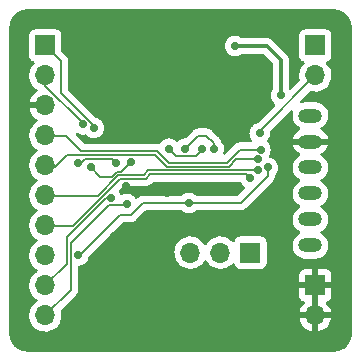
<source format=gbr>
%TF.GenerationSoftware,KiCad,Pcbnew,(6.0.10)*%
%TF.CreationDate,2023-03-03T22:40:34-05:00*%
%TF.ProjectId,module_board,6d6f6475-6c65-45f6-926f-6172642e6b69,rev?*%
%TF.SameCoordinates,Original*%
%TF.FileFunction,Copper,L2,Bot*%
%TF.FilePolarity,Positive*%
%FSLAX46Y46*%
G04 Gerber Fmt 4.6, Leading zero omitted, Abs format (unit mm)*
G04 Created by KiCad (PCBNEW (6.0.10)) date 2023-03-03 22:40:34*
%MOMM*%
%LPD*%
G01*
G04 APERTURE LIST*
%TA.AperFunction,ComponentPad*%
%ADD10R,1.700000X1.700000*%
%TD*%
%TA.AperFunction,ComponentPad*%
%ADD11O,1.700000X1.700000*%
%TD*%
%TA.AperFunction,ComponentPad*%
%ADD12O,2.000000X1.200000*%
%TD*%
%TA.AperFunction,ViaPad*%
%ADD13C,0.700000*%
%TD*%
%TA.AperFunction,Conductor*%
%ADD14C,0.200000*%
%TD*%
%TA.AperFunction,Conductor*%
%ADD15C,0.300000*%
%TD*%
%TA.AperFunction,Conductor*%
%ADD16C,0.127000*%
%TD*%
G04 APERTURE END LIST*
D10*
%TO.P,J10,1,Pin_1*%
%TO.N,+3V3*%
X171420000Y-78570000D03*
D11*
%TO.P,J10,2,Pin_2*%
%TO.N,/GPIO29_ADC3*%
X171420000Y-81110000D03*
%TD*%
D10*
%TO.P,J2,1,Pin_1*%
%TO.N,/SPI1_RX*%
X148560000Y-78570000D03*
D11*
%TO.P,J2,2,Pin_2*%
%TO.N,/SPI1_TX*%
X148560000Y-81110000D03*
%TO.P,J2,3,Pin_3*%
%TO.N,GND*%
X148560000Y-83650000D03*
%TO.P,J2,4,Pin_4*%
%TO.N,/GPIO28_ADC2*%
X148560000Y-86190000D03*
%TO.P,J2,5,Pin_5*%
%TO.N,/GPIO27_ADC1*%
X148560000Y-88730000D03*
%TO.P,J2,6,Pin_6*%
%TO.N,/GPIO26_ADC0*%
X148560000Y-91270000D03*
%TO.P,J2,7,Pin_7*%
%TO.N,/GPIO25*%
X148560000Y-93810000D03*
%TO.P,J2,8,Pin_8*%
%TO.N,+3V3*%
X148560000Y-96350000D03*
%TO.P,J2,9,Pin_9*%
%TO.N,/SPI1_CS_IO9*%
X148560000Y-98890000D03*
%TO.P,J2,10,Pin_10*%
%TO.N,/SPI1_SCK*%
X148560000Y-101430000D03*
%TD*%
D10*
%TO.P,J9,1,Pin_1*%
%TO.N,GND*%
X171420000Y-98880000D03*
D11*
%TO.P,J9,2,Pin_2*%
X171420000Y-101420000D03*
%TD*%
D10*
%TO.P,J1,1,Pin_1*%
%TO.N,/RESET_N*%
X165925000Y-96100000D03*
D11*
%TO.P,J1,2,Pin_2*%
%TO.N,/SWDIO*%
X163385000Y-96100000D03*
%TO.P,J1,3,Pin_3*%
%TO.N,/SWCLK*%
X160845000Y-96100000D03*
%TD*%
D12*
%TO.P,J5,1,Pin_1*%
%TO.N,+3V3*%
X171000000Y-84500000D03*
%TO.P,J5,2,Pin_2*%
%TO.N,GND*%
X171000000Y-86700000D03*
%TO.P,J5,3,Pin_3*%
%TO.N,/TX*%
X171000000Y-88900000D03*
%TO.P,J5,4,Pin_4*%
%TO.N,/SCLK*%
X171000000Y-91100000D03*
%TO.P,J5,5,Pin_5*%
%TO.N,/CS*%
X171000000Y-93300000D03*
%TO.P,J5,6,Pin_6*%
%TO.N,/RX*%
X171000000Y-95500000D03*
%TD*%
D13*
%TO.N,+3V3*%
X161800000Y-87300000D03*
X164600000Y-78600000D03*
X159000000Y-87300000D03*
X168500000Y-82800000D03*
X167401825Y-88899544D03*
X151350000Y-96350000D03*
X160699500Y-91900000D03*
%TO.N,GND*%
X169000000Y-87100000D03*
X173800000Y-86100000D03*
X157700000Y-97600000D03*
X151900000Y-97500000D03*
X168800000Y-89500000D03*
X172900000Y-86100000D03*
X155200000Y-86200000D03*
X158890000Y-91090000D03*
X166000000Y-81700000D03*
X164280000Y-76750000D03*
X167000000Y-81700000D03*
X155400000Y-90436000D03*
X173800000Y-87100000D03*
X169000000Y-86100000D03*
X154387352Y-94687352D03*
X162200000Y-83900000D03*
X172900000Y-87100000D03*
X155100000Y-82400000D03*
X155900000Y-95000000D03*
%TO.N,+1V1*%
X160400000Y-87300000D03*
X162800000Y-87300000D03*
%TO.N,/SPI1_CS_IO9*%
X154124876Y-91496916D03*
%TO.N,/SPI1_SCK*%
X155456086Y-91989000D03*
%TO.N,/SPI1_RX*%
X152656997Y-85543003D03*
%TO.N,/SPI1_TX*%
X151742352Y-85257648D03*
%TO.N,/GPIO25*%
X165900000Y-89800000D03*
%TO.N,/GPIO26_ADC0*%
X166600000Y-89100000D03*
%TO.N,/GPIO27_ADC1*%
X166600000Y-88200000D03*
%TO.N,/GPIO28_ADC2*%
X166773500Y-87391914D03*
%TO.N,/GPIO29_ADC3*%
X166700000Y-86000000D03*
%TO.N,/LED_R*%
X154500000Y-88500000D03*
X151300000Y-88500000D03*
%TO.N,/LED_G*%
X155800000Y-88403500D03*
X152400000Y-88900000D03*
%TD*%
D14*
%TO.N,+3V3*%
X151350000Y-96350000D02*
X151450000Y-96350000D01*
X159600000Y-87900000D02*
X161300000Y-87900000D01*
X161300000Y-87900000D02*
X161800000Y-87400000D01*
D15*
X168500000Y-79800000D02*
X167300000Y-78600000D01*
D14*
X161800000Y-87400000D02*
X161800000Y-87300000D01*
X154900000Y-92900000D02*
X155800000Y-92900000D01*
X165089496Y-91900000D02*
X167401825Y-89587671D01*
X151450000Y-96350000D02*
X154900000Y-92900000D01*
X155800000Y-92900000D02*
X156800000Y-91900000D01*
X159000000Y-87300000D02*
X159600000Y-87900000D01*
D15*
X167300000Y-78600000D02*
X164600000Y-78600000D01*
D14*
X167401825Y-89587671D02*
X167401825Y-88899544D01*
X156800000Y-91900000D02*
X160699500Y-91900000D01*
D15*
X168500000Y-82800000D02*
X168500000Y-79800000D01*
D14*
X160699500Y-91900000D02*
X165089496Y-91900000D01*
%TO.N,+1V1*%
X162800000Y-86800000D02*
X162200000Y-86200000D01*
X162800000Y-87300000D02*
X162800000Y-86800000D01*
X162200000Y-86200000D02*
X161500000Y-86200000D01*
X161500000Y-86200000D02*
X160400000Y-87300000D01*
%TO.N,/SPI1_CS_IO9*%
X153703084Y-91496916D02*
X150400000Y-94800000D01*
X154124876Y-91496916D02*
X153703084Y-91496916D01*
X150400000Y-94800000D02*
X150400000Y-97040000D01*
X150400000Y-97040000D02*
X148560000Y-98880000D01*
%TO.N,/SPI1_SCK*%
X155371670Y-92073416D02*
X153926584Y-92073416D01*
X153926584Y-92073416D02*
X150727000Y-95273000D01*
X150727000Y-95273000D02*
X150727000Y-99253000D01*
X155456086Y-91989000D02*
X155371670Y-92073416D01*
X150727000Y-99253000D02*
X148560000Y-101420000D01*
%TO.N,/SPI1_RX*%
X152656997Y-85356997D02*
X149900000Y-82600000D01*
X152656997Y-85543003D02*
X152656997Y-85356997D01*
X149900000Y-79910000D02*
X148560000Y-78570000D01*
X149900000Y-82600000D02*
X149900000Y-79910000D01*
%TO.N,/SPI1_TX*%
X151742352Y-85257648D02*
X151742352Y-85142352D01*
X151742352Y-85142352D02*
X148560000Y-81960000D01*
X148560000Y-81960000D02*
X148560000Y-81110000D01*
%TO.N,/GPIO25*%
X157041000Y-89859000D02*
X154878552Y-89859000D01*
X165581000Y-89481000D02*
X157419000Y-89481000D01*
X150917552Y-93820000D02*
X148560000Y-93820000D01*
X157419000Y-89481000D02*
X157041000Y-89859000D01*
X154878552Y-89859000D02*
X150917552Y-93820000D01*
X165900000Y-89800000D02*
X165581000Y-89481000D01*
%TO.N,/GPIO26_ADC0*%
X156905552Y-89532000D02*
X154743104Y-89532000D01*
X152975104Y-91300000D02*
X148580000Y-91300000D01*
X154743104Y-89532000D02*
X152975104Y-91300000D01*
X166600000Y-89100000D02*
X164254896Y-89100000D01*
X148580000Y-91300000D02*
X148560000Y-91280000D01*
X164254896Y-89100000D02*
X164200896Y-89154000D01*
X157283552Y-89154000D02*
X156905552Y-89532000D01*
X164200896Y-89154000D02*
X157283552Y-89154000D01*
%TO.N,/GPIO27_ADC1*%
X164726448Y-88166000D02*
X164065448Y-88827000D01*
X166600000Y-88200000D02*
X166566000Y-88166000D01*
X150373000Y-87827000D02*
X149372500Y-88827500D01*
X166566000Y-88166000D02*
X164726448Y-88166000D01*
X157864552Y-87827000D02*
X150373000Y-87827000D01*
X149372500Y-88827500D02*
X148647500Y-88827500D01*
X148647500Y-88827500D02*
X148560000Y-88740000D01*
X158864552Y-88827000D02*
X157864552Y-87827000D01*
X164065448Y-88827000D02*
X158864552Y-88827000D01*
%TO.N,/GPIO28_ADC2*%
X165038086Y-87391914D02*
X163930000Y-88500000D01*
X158000000Y-87500000D02*
X151600000Y-87500000D01*
X150300000Y-86200000D02*
X148560000Y-86200000D01*
X166773500Y-87391914D02*
X165038086Y-87391914D01*
X159000000Y-88500000D02*
X158000000Y-87500000D01*
X151600000Y-87500000D02*
X150300000Y-86200000D01*
X163930000Y-88500000D02*
X159000000Y-88500000D01*
D16*
%TO.N,/GPIO29_ADC3*%
X166700000Y-86000000D02*
X166700000Y-85830000D01*
D14*
X166700000Y-85830000D02*
X171420000Y-81110000D01*
D16*
%TO.N,/LED_R*%
X151900000Y-88200000D02*
X151600000Y-88500000D01*
X154500000Y-88500000D02*
X154200000Y-88200000D01*
X151600000Y-88500000D02*
X151300000Y-88500000D01*
X154200000Y-88200000D02*
X151900000Y-88200000D01*
%TO.N,/LED_G*%
X155800000Y-88403500D02*
X154962000Y-89241500D01*
X154164274Y-89700000D02*
X153200000Y-89700000D01*
X154622774Y-89241500D02*
X154164274Y-89700000D01*
X153200000Y-89700000D02*
X152400000Y-88900000D01*
X154962000Y-89241500D02*
X154622774Y-89241500D01*
%TD*%
%TA.AperFunction,Conductor*%
%TO.N,GND*%
G36*
X172970018Y-75510000D02*
G01*
X172984851Y-75512310D01*
X172984855Y-75512310D01*
X172993724Y-75513691D01*
X173008981Y-75511696D01*
X173034302Y-75510953D01*
X173203285Y-75523039D01*
X173221064Y-75525596D01*
X173411392Y-75566999D01*
X173428641Y-75572063D01*
X173611150Y-75640136D01*
X173627502Y-75647604D01*
X173798458Y-75740952D01*
X173813582Y-75750672D01*
X173969514Y-75867402D01*
X173983100Y-75879175D01*
X174120825Y-76016900D01*
X174132598Y-76030486D01*
X174249328Y-76186418D01*
X174259048Y-76201542D01*
X174352396Y-76372498D01*
X174359864Y-76388850D01*
X174427937Y-76571359D01*
X174433001Y-76588607D01*
X174474404Y-76778936D01*
X174476962Y-76796721D01*
X174488540Y-76958601D01*
X174487793Y-76976565D01*
X174487692Y-76984845D01*
X174486309Y-76993724D01*
X174487474Y-77002630D01*
X174490436Y-77025283D01*
X174491500Y-77041621D01*
X174491500Y-102950633D01*
X174490000Y-102970018D01*
X174487690Y-102984851D01*
X174487690Y-102984855D01*
X174486309Y-102993724D01*
X174488136Y-103007693D01*
X174488304Y-103008976D01*
X174489047Y-103034305D01*
X174476962Y-103203279D01*
X174474404Y-103221064D01*
X174456598Y-103302919D01*
X174433001Y-103411392D01*
X174427937Y-103428641D01*
X174359864Y-103611150D01*
X174352396Y-103627502D01*
X174259048Y-103798458D01*
X174249328Y-103813582D01*
X174132598Y-103969514D01*
X174120825Y-103983100D01*
X173983100Y-104120825D01*
X173969514Y-104132598D01*
X173813582Y-104249328D01*
X173798458Y-104259048D01*
X173627502Y-104352396D01*
X173611150Y-104359864D01*
X173428641Y-104427937D01*
X173411393Y-104433001D01*
X173221064Y-104474404D01*
X173203285Y-104476961D01*
X173041395Y-104488540D01*
X173023435Y-104487793D01*
X173015155Y-104487692D01*
X173006276Y-104486309D01*
X172974714Y-104490436D01*
X172958379Y-104491500D01*
X147049367Y-104491500D01*
X147029982Y-104490000D01*
X147015149Y-104487690D01*
X147015145Y-104487690D01*
X147006276Y-104486309D01*
X146991019Y-104488304D01*
X146965698Y-104489047D01*
X146796715Y-104476961D01*
X146778936Y-104474404D01*
X146588607Y-104433001D01*
X146571359Y-104427937D01*
X146388850Y-104359864D01*
X146372498Y-104352396D01*
X146201542Y-104259048D01*
X146186418Y-104249328D01*
X146030486Y-104132598D01*
X146016900Y-104120825D01*
X145879175Y-103983100D01*
X145867402Y-103969514D01*
X145750672Y-103813582D01*
X145740952Y-103798458D01*
X145647604Y-103627502D01*
X145640136Y-103611150D01*
X145572063Y-103428641D01*
X145566999Y-103411392D01*
X145543402Y-103302919D01*
X145525596Y-103221064D01*
X145523038Y-103203278D01*
X145511719Y-103045012D01*
X145512805Y-103022245D01*
X145512334Y-103022203D01*
X145512770Y-103017345D01*
X145513576Y-103012552D01*
X145513729Y-103000000D01*
X145509773Y-102972376D01*
X145508500Y-102954514D01*
X145508500Y-101396695D01*
X147197251Y-101396695D01*
X147197548Y-101401848D01*
X147197548Y-101401851D01*
X147203011Y-101496590D01*
X147210110Y-101619715D01*
X147211247Y-101624761D01*
X147211248Y-101624767D01*
X147231113Y-101712910D01*
X147259222Y-101837639D01*
X147343266Y-102044616D01*
X147459987Y-102235088D01*
X147606250Y-102403938D01*
X147778126Y-102546632D01*
X147971000Y-102659338D01*
X148179692Y-102739030D01*
X148184760Y-102740061D01*
X148184763Y-102740062D01*
X148255203Y-102754393D01*
X148398597Y-102783567D01*
X148403772Y-102783757D01*
X148403774Y-102783757D01*
X148616673Y-102791564D01*
X148616677Y-102791564D01*
X148621837Y-102791753D01*
X148626957Y-102791097D01*
X148626959Y-102791097D01*
X148838288Y-102764025D01*
X148838289Y-102764025D01*
X148843416Y-102763368D01*
X148873331Y-102754393D01*
X149052429Y-102700661D01*
X149052434Y-102700659D01*
X149057384Y-102699174D01*
X149257994Y-102600896D01*
X149439860Y-102471173D01*
X149598096Y-102313489D01*
X149608533Y-102298965D01*
X149725435Y-102136277D01*
X149728453Y-102132077D01*
X149779099Y-102029603D01*
X149825136Y-101936453D01*
X149825137Y-101936451D01*
X149827430Y-101931811D01*
X149892370Y-101718069D01*
X149896333Y-101687966D01*
X170088257Y-101687966D01*
X170118565Y-101822446D01*
X170121645Y-101832275D01*
X170201770Y-102029603D01*
X170206413Y-102038794D01*
X170317694Y-102220388D01*
X170323777Y-102228699D01*
X170463213Y-102389667D01*
X170470580Y-102396883D01*
X170634434Y-102532916D01*
X170642881Y-102538831D01*
X170826756Y-102646279D01*
X170836042Y-102650729D01*
X171035001Y-102726703D01*
X171044899Y-102729579D01*
X171148250Y-102750606D01*
X171162299Y-102749410D01*
X171166000Y-102739065D01*
X171166000Y-102738517D01*
X171674000Y-102738517D01*
X171678064Y-102752359D01*
X171691478Y-102754393D01*
X171698184Y-102753534D01*
X171708262Y-102751392D01*
X171912255Y-102690191D01*
X171921842Y-102686433D01*
X172113095Y-102592739D01*
X172121945Y-102587464D01*
X172295328Y-102463792D01*
X172303200Y-102457139D01*
X172454052Y-102306812D01*
X172460730Y-102298965D01*
X172585003Y-102126020D01*
X172590313Y-102117183D01*
X172684670Y-101926267D01*
X172688469Y-101916672D01*
X172750377Y-101712910D01*
X172752555Y-101702837D01*
X172753986Y-101691962D01*
X172751775Y-101677778D01*
X172738617Y-101674000D01*
X171692115Y-101674000D01*
X171676876Y-101678475D01*
X171675671Y-101679865D01*
X171674000Y-101687548D01*
X171674000Y-102738517D01*
X171166000Y-102738517D01*
X171166000Y-101692115D01*
X171161525Y-101676876D01*
X171160135Y-101675671D01*
X171152452Y-101674000D01*
X170103225Y-101674000D01*
X170089694Y-101677973D01*
X170088257Y-101687966D01*
X149896333Y-101687966D01*
X149921529Y-101496590D01*
X149923156Y-101430000D01*
X149904852Y-101207361D01*
X149897906Y-101179707D01*
X149867716Y-101059514D01*
X149870520Y-100988573D01*
X149900825Y-100939724D01*
X151065880Y-99774669D01*
X170062001Y-99774669D01*
X170062371Y-99781490D01*
X170067895Y-99832352D01*
X170071521Y-99847604D01*
X170116676Y-99968054D01*
X170125214Y-99983649D01*
X170201715Y-100085724D01*
X170214276Y-100098285D01*
X170316351Y-100174786D01*
X170331946Y-100183324D01*
X170441337Y-100224333D01*
X170498101Y-100266975D01*
X170522801Y-100333536D01*
X170507594Y-100402885D01*
X170488201Y-100429366D01*
X170364590Y-100558717D01*
X170358104Y-100566727D01*
X170238098Y-100742649D01*
X170233000Y-100751623D01*
X170143338Y-100944783D01*
X170139775Y-100954470D01*
X170084389Y-101154183D01*
X170085912Y-101162607D01*
X170098292Y-101166000D01*
X171147885Y-101166000D01*
X171163124Y-101161525D01*
X171164329Y-101160135D01*
X171166000Y-101152452D01*
X171166000Y-101147885D01*
X171674000Y-101147885D01*
X171678475Y-101163124D01*
X171679865Y-101164329D01*
X171687548Y-101166000D01*
X172738344Y-101166000D01*
X172751875Y-101162027D01*
X172753180Y-101152947D01*
X172711214Y-100985875D01*
X172707894Y-100976124D01*
X172622972Y-100780814D01*
X172618105Y-100771739D01*
X172502426Y-100592926D01*
X172496136Y-100584757D01*
X172351931Y-100426279D01*
X172320879Y-100362433D01*
X172329273Y-100291934D01*
X172374450Y-100237166D01*
X172400894Y-100223497D01*
X172508054Y-100183324D01*
X172523649Y-100174786D01*
X172625724Y-100098285D01*
X172638285Y-100085724D01*
X172714786Y-99983649D01*
X172723324Y-99968054D01*
X172768478Y-99847606D01*
X172772105Y-99832351D01*
X172777631Y-99781486D01*
X172778000Y-99774672D01*
X172778000Y-99152115D01*
X172773525Y-99136876D01*
X172772135Y-99135671D01*
X172764452Y-99134000D01*
X171692115Y-99134000D01*
X171676876Y-99138475D01*
X171675671Y-99139865D01*
X171674000Y-99147548D01*
X171674000Y-101147885D01*
X171166000Y-101147885D01*
X171166000Y-99152115D01*
X171161525Y-99136876D01*
X171160135Y-99135671D01*
X171152452Y-99134000D01*
X170080116Y-99134000D01*
X170064877Y-99138475D01*
X170063672Y-99139865D01*
X170062001Y-99147548D01*
X170062001Y-99774669D01*
X151065880Y-99774669D01*
X151123234Y-99717315D01*
X151135625Y-99706448D01*
X151154437Y-99692013D01*
X151160987Y-99686987D01*
X151185474Y-99655075D01*
X151185478Y-99655071D01*
X151258524Y-99559876D01*
X151319838Y-99411851D01*
X151328951Y-99342628D01*
X151335500Y-99292885D01*
X151335500Y-99292880D01*
X151340750Y-99253000D01*
X151336578Y-99221307D01*
X151335500Y-99204864D01*
X151335500Y-98607885D01*
X170062000Y-98607885D01*
X170066475Y-98623124D01*
X170067865Y-98624329D01*
X170075548Y-98626000D01*
X171147885Y-98626000D01*
X171163124Y-98621525D01*
X171164329Y-98620135D01*
X171166000Y-98612452D01*
X171166000Y-98607885D01*
X171674000Y-98607885D01*
X171678475Y-98623124D01*
X171679865Y-98624329D01*
X171687548Y-98626000D01*
X172759884Y-98626000D01*
X172775123Y-98621525D01*
X172776328Y-98620135D01*
X172777999Y-98612452D01*
X172777999Y-97985331D01*
X172777629Y-97978510D01*
X172772105Y-97927648D01*
X172768479Y-97912396D01*
X172723324Y-97791946D01*
X172714786Y-97776351D01*
X172638285Y-97674276D01*
X172625724Y-97661715D01*
X172523649Y-97585214D01*
X172508054Y-97576676D01*
X172387606Y-97531522D01*
X172372351Y-97527895D01*
X172321486Y-97522369D01*
X172314672Y-97522000D01*
X171692115Y-97522000D01*
X171676876Y-97526475D01*
X171675671Y-97527865D01*
X171674000Y-97535548D01*
X171674000Y-98607885D01*
X171166000Y-98607885D01*
X171166000Y-97540116D01*
X171161525Y-97524877D01*
X171160135Y-97523672D01*
X171152452Y-97522001D01*
X170525331Y-97522001D01*
X170518510Y-97522371D01*
X170467648Y-97527895D01*
X170452396Y-97531521D01*
X170331946Y-97576676D01*
X170316351Y-97585214D01*
X170214276Y-97661715D01*
X170201715Y-97674276D01*
X170125214Y-97776351D01*
X170116676Y-97791946D01*
X170071522Y-97912394D01*
X170067895Y-97927649D01*
X170062369Y-97978514D01*
X170062000Y-97985328D01*
X170062000Y-98607885D01*
X151335500Y-98607885D01*
X151335500Y-97332265D01*
X151355502Y-97264144D01*
X151409158Y-97217651D01*
X151440366Y-97209130D01*
X151440232Y-97208500D01*
X151616752Y-97170980D01*
X151652446Y-97155088D01*
X151775585Y-97100263D01*
X151775587Y-97100262D01*
X151781615Y-97097578D01*
X151786957Y-97093697D01*
X151922269Y-96995387D01*
X151922271Y-96995385D01*
X151927613Y-96991504D01*
X152048367Y-96857393D01*
X152130800Y-96714616D01*
X152135295Y-96706830D01*
X152135296Y-96706829D01*
X152138599Y-96701107D01*
X152182679Y-96565442D01*
X152192325Y-96535754D01*
X152192325Y-96535753D01*
X152194365Y-96529475D01*
X152197135Y-96503122D01*
X152224149Y-96437466D01*
X152233350Y-96427199D01*
X152593854Y-96066695D01*
X159482251Y-96066695D01*
X159482548Y-96071848D01*
X159482548Y-96071851D01*
X159491247Y-96222725D01*
X159495110Y-96289715D01*
X159496247Y-96294761D01*
X159496248Y-96294767D01*
X159520304Y-96401508D01*
X159544222Y-96507639D01*
X159585177Y-96608500D01*
X159622781Y-96701107D01*
X159628266Y-96714616D01*
X159665685Y-96775678D01*
X159742291Y-96900688D01*
X159744987Y-96905088D01*
X159891250Y-97073938D01*
X160063126Y-97216632D01*
X160256000Y-97329338D01*
X160464692Y-97409030D01*
X160469760Y-97410061D01*
X160469763Y-97410062D01*
X160577017Y-97431883D01*
X160683597Y-97453567D01*
X160688772Y-97453757D01*
X160688774Y-97453757D01*
X160901673Y-97461564D01*
X160901677Y-97461564D01*
X160906837Y-97461753D01*
X160911957Y-97461097D01*
X160911959Y-97461097D01*
X161123288Y-97434025D01*
X161123289Y-97434025D01*
X161128416Y-97433368D01*
X161133366Y-97431883D01*
X161337429Y-97370661D01*
X161337434Y-97370659D01*
X161342384Y-97369174D01*
X161542994Y-97270896D01*
X161724860Y-97141173D01*
X161883096Y-96983489D01*
X161942594Y-96900689D01*
X162013453Y-96802077D01*
X162014776Y-96803028D01*
X162061645Y-96759857D01*
X162131580Y-96747625D01*
X162197026Y-96775144D01*
X162224875Y-96806994D01*
X162284987Y-96905088D01*
X162431250Y-97073938D01*
X162603126Y-97216632D01*
X162796000Y-97329338D01*
X163004692Y-97409030D01*
X163009760Y-97410061D01*
X163009763Y-97410062D01*
X163117017Y-97431883D01*
X163223597Y-97453567D01*
X163228772Y-97453757D01*
X163228774Y-97453757D01*
X163441673Y-97461564D01*
X163441677Y-97461564D01*
X163446837Y-97461753D01*
X163451957Y-97461097D01*
X163451959Y-97461097D01*
X163663288Y-97434025D01*
X163663289Y-97434025D01*
X163668416Y-97433368D01*
X163673366Y-97431883D01*
X163877429Y-97370661D01*
X163877434Y-97370659D01*
X163882384Y-97369174D01*
X164082994Y-97270896D01*
X164264860Y-97141173D01*
X164373091Y-97033319D01*
X164435462Y-96999404D01*
X164506268Y-97004592D01*
X164563030Y-97047238D01*
X164580012Y-97078341D01*
X164624385Y-97196705D01*
X164711739Y-97313261D01*
X164828295Y-97400615D01*
X164964684Y-97451745D01*
X165026866Y-97458500D01*
X166823134Y-97458500D01*
X166885316Y-97451745D01*
X167021705Y-97400615D01*
X167138261Y-97313261D01*
X167225615Y-97196705D01*
X167276745Y-97060316D01*
X167283500Y-96998134D01*
X167283500Y-95445604D01*
X169487787Y-95445604D01*
X169497567Y-95656899D01*
X169498971Y-95662724D01*
X169498971Y-95662725D01*
X169544034Y-95849707D01*
X169547125Y-95862534D01*
X169549607Y-95867992D01*
X169549608Y-95867996D01*
X169593053Y-95963546D01*
X169634674Y-96055087D01*
X169757054Y-96227611D01*
X169909850Y-96373881D01*
X170087548Y-96488620D01*
X170146616Y-96512425D01*
X170278168Y-96565442D01*
X170278171Y-96565443D01*
X170283737Y-96567686D01*
X170491337Y-96608228D01*
X170496899Y-96608500D01*
X171452846Y-96608500D01*
X171610566Y-96593452D01*
X171813534Y-96533908D01*
X171855246Y-96512425D01*
X171996249Y-96439804D01*
X171996252Y-96439802D01*
X172001580Y-96437058D01*
X172167920Y-96306396D01*
X172171852Y-96301865D01*
X172171855Y-96301862D01*
X172302621Y-96151167D01*
X172306552Y-96146637D01*
X172309552Y-96141451D01*
X172309555Y-96141447D01*
X172409467Y-95968742D01*
X172412473Y-95963546D01*
X172481861Y-95763729D01*
X172501352Y-95629305D01*
X172511352Y-95560336D01*
X172511352Y-95560333D01*
X172512213Y-95554396D01*
X172502433Y-95343101D01*
X172465093Y-95188163D01*
X172454281Y-95143299D01*
X172454280Y-95143297D01*
X172452875Y-95137466D01*
X172438859Y-95106638D01*
X172391871Y-95003295D01*
X172365326Y-94944913D01*
X172249813Y-94782069D01*
X172246412Y-94777275D01*
X172246411Y-94777274D01*
X172242946Y-94772389D01*
X172090150Y-94626119D01*
X172054805Y-94603297D01*
X171917489Y-94514632D01*
X171917486Y-94514630D01*
X171912452Y-94511380D01*
X171907211Y-94509268D01*
X171856021Y-94460242D01*
X171839435Y-94391210D01*
X171862804Y-94324170D01*
X171907585Y-94285468D01*
X171961365Y-94257770D01*
X171996249Y-94239804D01*
X171996252Y-94239802D01*
X172001580Y-94237058D01*
X172167920Y-94106396D01*
X172171852Y-94101865D01*
X172171855Y-94101862D01*
X172302621Y-93951167D01*
X172306552Y-93946637D01*
X172309552Y-93941451D01*
X172309555Y-93941447D01*
X172409467Y-93768742D01*
X172412473Y-93763546D01*
X172481861Y-93563729D01*
X172483189Y-93554570D01*
X172511352Y-93360336D01*
X172511352Y-93360333D01*
X172512213Y-93354396D01*
X172502433Y-93143101D01*
X172463756Y-92982617D01*
X172454281Y-92943299D01*
X172454280Y-92943297D01*
X172452875Y-92937466D01*
X172409525Y-92842122D01*
X172384703Y-92787530D01*
X172365326Y-92744913D01*
X172242946Y-92572389D01*
X172090150Y-92426119D01*
X172028996Y-92386632D01*
X171917489Y-92314632D01*
X171917486Y-92314630D01*
X171912452Y-92311380D01*
X171907211Y-92309268D01*
X171856021Y-92260242D01*
X171839435Y-92191210D01*
X171862804Y-92124170D01*
X171907585Y-92085468D01*
X171971730Y-92052432D01*
X171996249Y-92039804D01*
X171996252Y-92039802D01*
X172001580Y-92037058D01*
X172167920Y-91906396D01*
X172171852Y-91901865D01*
X172171855Y-91901862D01*
X172302621Y-91751167D01*
X172306552Y-91746637D01*
X172309552Y-91741451D01*
X172309555Y-91741447D01*
X172409467Y-91568742D01*
X172412473Y-91563546D01*
X172481861Y-91363729D01*
X172492490Y-91290422D01*
X172511352Y-91160336D01*
X172511352Y-91160333D01*
X172512213Y-91154396D01*
X172502433Y-90943101D01*
X172452875Y-90737466D01*
X172431976Y-90691500D01*
X172386918Y-90592401D01*
X172365326Y-90544913D01*
X172255810Y-90390524D01*
X172246412Y-90377275D01*
X172246411Y-90377274D01*
X172242946Y-90372389D01*
X172090150Y-90226119D01*
X172041358Y-90194614D01*
X171917489Y-90114632D01*
X171917486Y-90114630D01*
X171912452Y-90111380D01*
X171907211Y-90109268D01*
X171856021Y-90060242D01*
X171839435Y-89991210D01*
X171862804Y-89924170D01*
X171907585Y-89885468D01*
X171961365Y-89857770D01*
X171996249Y-89839804D01*
X171996252Y-89839802D01*
X172001580Y-89837058D01*
X172167920Y-89706396D01*
X172171852Y-89701865D01*
X172171855Y-89701862D01*
X172302621Y-89551167D01*
X172306552Y-89546637D01*
X172309552Y-89541451D01*
X172309555Y-89541447D01*
X172409467Y-89368742D01*
X172412473Y-89363546D01*
X172481861Y-89163729D01*
X172482722Y-89157792D01*
X172511352Y-88960336D01*
X172511352Y-88960333D01*
X172512213Y-88954396D01*
X172502433Y-88743101D01*
X172458586Y-88561162D01*
X172454281Y-88543299D01*
X172454280Y-88543297D01*
X172452875Y-88537466D01*
X172426614Y-88479707D01*
X172367806Y-88350368D01*
X172365326Y-88344913D01*
X172242946Y-88172389D01*
X172090150Y-88026119D01*
X172054805Y-88003297D01*
X171917489Y-87914632D01*
X171917486Y-87914630D01*
X171912452Y-87911380D01*
X171906889Y-87909138D01*
X171906752Y-87909067D01*
X171855477Y-87859960D01*
X171838891Y-87790928D01*
X171862260Y-87723888D01*
X171907043Y-87685185D01*
X171995978Y-87639381D01*
X172006024Y-87632931D01*
X172162857Y-87509738D01*
X172171506Y-87501501D01*
X172302212Y-87350877D01*
X172309147Y-87341153D01*
X172409010Y-87168533D01*
X172413984Y-87157669D01*
X172479407Y-86969273D01*
X172479648Y-86968284D01*
X172478180Y-86957992D01*
X172464615Y-86954000D01*
X169539598Y-86954000D01*
X169526067Y-86957973D01*
X169524712Y-86967399D01*
X169546194Y-87056537D01*
X169550083Y-87067832D01*
X169632629Y-87249382D01*
X169638576Y-87259724D01*
X169753968Y-87422397D01*
X169761761Y-87431425D01*
X169905831Y-87569342D01*
X169915196Y-87576738D01*
X170082747Y-87684925D01*
X170093252Y-87690370D01*
X170144526Y-87739477D01*
X170161112Y-87808509D01*
X170137742Y-87875549D01*
X170092961Y-87914250D01*
X170092220Y-87914632D01*
X170003751Y-87960196D01*
X170003748Y-87960198D01*
X169998420Y-87962942D01*
X169832080Y-88093604D01*
X169828148Y-88098135D01*
X169828145Y-88098138D01*
X169759474Y-88177275D01*
X169693448Y-88253363D01*
X169690448Y-88258549D01*
X169690445Y-88258553D01*
X169643312Y-88340026D01*
X169587527Y-88436454D01*
X169518139Y-88636271D01*
X169517278Y-88642206D01*
X169517278Y-88642208D01*
X169496984Y-88782176D01*
X169487787Y-88845604D01*
X169497567Y-89056899D01*
X169498971Y-89062724D01*
X169498971Y-89062725D01*
X169544168Y-89250263D01*
X169547125Y-89262534D01*
X169549607Y-89267992D01*
X169549608Y-89267996D01*
X169590758Y-89358500D01*
X169634674Y-89455087D01*
X169715882Y-89569569D01*
X169747037Y-89613489D01*
X169757054Y-89627611D01*
X169909850Y-89773881D01*
X169914886Y-89777132D01*
X169914885Y-89777132D01*
X170082511Y-89885368D01*
X170082514Y-89885370D01*
X170087548Y-89888620D01*
X170092789Y-89890732D01*
X170143979Y-89939758D01*
X170160565Y-90008790D01*
X170137196Y-90075830D01*
X170092415Y-90114532D01*
X170047236Y-90137800D01*
X170003751Y-90160196D01*
X170003748Y-90160198D01*
X169998420Y-90162942D01*
X169832080Y-90293604D01*
X169828148Y-90298135D01*
X169828145Y-90298138D01*
X169759474Y-90377275D01*
X169693448Y-90453363D01*
X169690448Y-90458549D01*
X169690445Y-90458553D01*
X169682232Y-90472750D01*
X169587527Y-90636454D01*
X169518139Y-90836271D01*
X169517278Y-90842206D01*
X169517278Y-90842208D01*
X169492287Y-91014570D01*
X169487787Y-91045604D01*
X169497567Y-91256899D01*
X169498971Y-91262724D01*
X169498971Y-91262725D01*
X169509421Y-91306084D01*
X169547125Y-91462534D01*
X169549607Y-91467992D01*
X169549608Y-91467996D01*
X169593053Y-91563546D01*
X169634674Y-91655087D01*
X169757054Y-91827611D01*
X169909850Y-91973881D01*
X169914886Y-91977132D01*
X169914885Y-91977132D01*
X170082511Y-92085368D01*
X170082514Y-92085370D01*
X170087548Y-92088620D01*
X170092789Y-92090732D01*
X170143979Y-92139758D01*
X170160565Y-92208790D01*
X170137196Y-92275830D01*
X170092415Y-92314532D01*
X170054640Y-92333987D01*
X170003751Y-92360196D01*
X170003748Y-92360198D01*
X169998420Y-92362942D01*
X169832080Y-92493604D01*
X169828148Y-92498135D01*
X169828145Y-92498138D01*
X169759474Y-92577275D01*
X169693448Y-92653363D01*
X169690448Y-92658549D01*
X169690445Y-92658553D01*
X169602919Y-92809848D01*
X169587527Y-92836454D01*
X169518139Y-93036271D01*
X169517278Y-93042206D01*
X169517278Y-93042208D01*
X169501078Y-93153940D01*
X169487787Y-93245604D01*
X169497567Y-93456899D01*
X169498971Y-93462724D01*
X169498971Y-93462725D01*
X169510003Y-93508499D01*
X169547125Y-93662534D01*
X169549607Y-93667992D01*
X169549608Y-93667996D01*
X169593053Y-93763546D01*
X169634674Y-93855087D01*
X169757054Y-94027611D01*
X169909850Y-94173881D01*
X169914886Y-94177132D01*
X169914885Y-94177132D01*
X170082511Y-94285368D01*
X170082514Y-94285370D01*
X170087548Y-94288620D01*
X170092789Y-94290732D01*
X170143979Y-94339758D01*
X170160565Y-94408790D01*
X170137196Y-94475830D01*
X170092415Y-94514532D01*
X170038635Y-94542230D01*
X170003751Y-94560196D01*
X170003748Y-94560198D01*
X169998420Y-94562942D01*
X169832080Y-94693604D01*
X169828148Y-94698135D01*
X169828145Y-94698138D01*
X169743023Y-94796233D01*
X169693448Y-94853363D01*
X169690448Y-94858549D01*
X169690445Y-94858553D01*
X169649551Y-94929242D01*
X169587527Y-95036454D01*
X169518139Y-95236271D01*
X169517278Y-95242206D01*
X169517278Y-95242208D01*
X169490753Y-95425150D01*
X169487787Y-95445604D01*
X167283500Y-95445604D01*
X167283500Y-95201866D01*
X167276745Y-95139684D01*
X167225615Y-95003295D01*
X167138261Y-94886739D01*
X167021705Y-94799385D01*
X166885316Y-94748255D01*
X166823134Y-94741500D01*
X165026866Y-94741500D01*
X164964684Y-94748255D01*
X164828295Y-94799385D01*
X164711739Y-94886739D01*
X164624385Y-95003295D01*
X164621233Y-95011703D01*
X164579919Y-95121907D01*
X164537277Y-95178671D01*
X164470716Y-95203371D01*
X164401367Y-95188163D01*
X164368743Y-95162476D01*
X164318151Y-95106875D01*
X164318142Y-95106866D01*
X164314670Y-95103051D01*
X164310619Y-95099852D01*
X164310615Y-95099848D01*
X164143414Y-94967800D01*
X164143410Y-94967798D01*
X164139359Y-94964598D01*
X163943789Y-94856638D01*
X163938920Y-94854914D01*
X163938916Y-94854912D01*
X163738087Y-94783795D01*
X163738083Y-94783794D01*
X163733212Y-94782069D01*
X163728119Y-94781162D01*
X163728116Y-94781161D01*
X163518373Y-94743800D01*
X163518367Y-94743799D01*
X163513284Y-94742894D01*
X163439452Y-94741992D01*
X163295081Y-94740228D01*
X163295079Y-94740228D01*
X163289911Y-94740165D01*
X163069091Y-94773955D01*
X162856756Y-94843357D01*
X162658607Y-94946507D01*
X162654474Y-94949610D01*
X162654471Y-94949612D01*
X162484100Y-95077530D01*
X162479965Y-95080635D01*
X162440525Y-95121907D01*
X162331236Y-95236271D01*
X162325629Y-95242138D01*
X162218201Y-95399621D01*
X162163293Y-95444621D01*
X162092768Y-95452792D01*
X162029021Y-95421538D01*
X162008324Y-95397054D01*
X161927822Y-95272617D01*
X161927820Y-95272614D01*
X161925014Y-95268277D01*
X161774670Y-95103051D01*
X161770619Y-95099852D01*
X161770615Y-95099848D01*
X161603414Y-94967800D01*
X161603410Y-94967798D01*
X161599359Y-94964598D01*
X161403789Y-94856638D01*
X161398920Y-94854914D01*
X161398916Y-94854912D01*
X161198087Y-94783795D01*
X161198083Y-94783794D01*
X161193212Y-94782069D01*
X161188119Y-94781162D01*
X161188116Y-94781161D01*
X160978373Y-94743800D01*
X160978367Y-94743799D01*
X160973284Y-94742894D01*
X160899452Y-94741992D01*
X160755081Y-94740228D01*
X160755079Y-94740228D01*
X160749911Y-94740165D01*
X160529091Y-94773955D01*
X160316756Y-94843357D01*
X160118607Y-94946507D01*
X160114474Y-94949610D01*
X160114471Y-94949612D01*
X159944100Y-95077530D01*
X159939965Y-95080635D01*
X159900525Y-95121907D01*
X159791236Y-95236271D01*
X159785629Y-95242138D01*
X159782720Y-95246403D01*
X159782714Y-95246411D01*
X159725260Y-95330635D01*
X159659743Y-95426680D01*
X159565688Y-95629305D01*
X159505989Y-95844570D01*
X159482251Y-96066695D01*
X152593854Y-96066695D01*
X155115144Y-93545405D01*
X155177456Y-93511379D01*
X155204239Y-93508500D01*
X155751864Y-93508500D01*
X155768307Y-93509578D01*
X155800000Y-93513750D01*
X155808189Y-93512672D01*
X155839874Y-93508501D01*
X155839884Y-93508500D01*
X155839885Y-93508500D01*
X155939457Y-93495391D01*
X155950664Y-93493916D01*
X155950666Y-93493915D01*
X155958851Y-93492838D01*
X156106876Y-93431524D01*
X156202072Y-93358477D01*
X156202075Y-93358474D01*
X156233987Y-93333987D01*
X156239017Y-93327432D01*
X156253452Y-93308621D01*
X156264319Y-93296230D01*
X157015144Y-92545405D01*
X157077456Y-92511379D01*
X157104239Y-92508500D01*
X160037897Y-92508500D01*
X160106018Y-92528502D01*
X160119336Y-92538671D01*
X160121887Y-92541504D01*
X160127229Y-92545385D01*
X160127231Y-92545387D01*
X160262543Y-92643697D01*
X160267885Y-92647578D01*
X160273913Y-92650262D01*
X160273915Y-92650263D01*
X160335764Y-92677800D01*
X160432748Y-92720980D01*
X160521008Y-92739740D01*
X160602811Y-92757128D01*
X160602815Y-92757128D01*
X160609268Y-92758500D01*
X160789732Y-92758500D01*
X160796185Y-92757128D01*
X160796189Y-92757128D01*
X160877992Y-92739740D01*
X160966252Y-92720980D01*
X161063236Y-92677800D01*
X161125085Y-92650263D01*
X161125087Y-92650262D01*
X161131115Y-92647578D01*
X161136457Y-92643697D01*
X161271769Y-92545387D01*
X161271771Y-92545385D01*
X161277113Y-92541504D01*
X161278373Y-92540105D01*
X161340801Y-92510146D01*
X161361103Y-92508500D01*
X165041360Y-92508500D01*
X165057803Y-92509578D01*
X165089496Y-92513750D01*
X165097685Y-92512672D01*
X165129370Y-92508501D01*
X165129380Y-92508500D01*
X165129381Y-92508500D01*
X165129389Y-92508499D01*
X165240160Y-92493916D01*
X165240162Y-92493916D01*
X165242528Y-92493604D01*
X165248347Y-92492838D01*
X165255973Y-92489679D01*
X165255974Y-92489679D01*
X165314308Y-92465516D01*
X165396372Y-92431524D01*
X165491568Y-92358477D01*
X165491571Y-92358474D01*
X165523483Y-92333987D01*
X165538689Y-92314171D01*
X165542948Y-92308621D01*
X165553815Y-92296230D01*
X167798059Y-90051986D01*
X167810450Y-90041119D01*
X167829262Y-90026684D01*
X167835812Y-90021658D01*
X167860299Y-89989746D01*
X167860305Y-89989740D01*
X167928321Y-89901100D01*
X167928322Y-89901098D01*
X167933349Y-89894547D01*
X167994663Y-89746522D01*
X167997612Y-89724120D01*
X167997845Y-89722352D01*
X168010325Y-89627557D01*
X168010325Y-89627551D01*
X168014497Y-89595860D01*
X168015575Y-89587671D01*
X168013192Y-89569569D01*
X168024132Y-89499420D01*
X168044478Y-89468813D01*
X168095773Y-89411845D01*
X168095774Y-89411844D01*
X168100192Y-89406937D01*
X168128949Y-89357128D01*
X168187120Y-89256374D01*
X168187121Y-89256373D01*
X168190424Y-89250651D01*
X168246190Y-89079019D01*
X168253203Y-89012301D01*
X168264364Y-88906109D01*
X168265054Y-88899544D01*
X168260565Y-88856832D01*
X168246880Y-88726633D01*
X168246880Y-88726632D01*
X168246190Y-88720069D01*
X168238596Y-88696695D01*
X168201646Y-88582975D01*
X168190424Y-88548437D01*
X168180937Y-88532004D01*
X168125770Y-88436454D01*
X168100192Y-88392151D01*
X168062571Y-88350368D01*
X167983860Y-88262951D01*
X167983859Y-88262950D01*
X167979438Y-88258040D01*
X167833440Y-88151966D01*
X167827412Y-88149282D01*
X167827410Y-88149281D01*
X167674608Y-88081249D01*
X167674606Y-88081249D01*
X167668577Y-88078564D01*
X167662122Y-88077192D01*
X167662119Y-88077191D01*
X167587708Y-88061375D01*
X167570821Y-88057786D01*
X167508348Y-88024058D01*
X167474027Y-87961909D01*
X167478754Y-87891070D01*
X167487899Y-87871539D01*
X167558795Y-87748744D01*
X167558796Y-87748743D01*
X167562099Y-87743021D01*
X167617865Y-87571389D01*
X167636729Y-87391914D01*
X167632416Y-87350877D01*
X167618555Y-87219003D01*
X167618555Y-87219002D01*
X167617865Y-87212439D01*
X167562099Y-87040807D01*
X167553489Y-87025893D01*
X167500109Y-86933437D01*
X167471867Y-86884521D01*
X167450140Y-86860390D01*
X167355535Y-86755321D01*
X167355534Y-86755320D01*
X167351113Y-86750410D01*
X167348808Y-86748735D01*
X167312300Y-86689475D01*
X167313653Y-86618491D01*
X167340213Y-86571980D01*
X167398367Y-86507393D01*
X167488599Y-86351107D01*
X167534817Y-86208860D01*
X167542325Y-86185754D01*
X167542325Y-86185753D01*
X167544365Y-86179475D01*
X167554821Y-86080000D01*
X167562539Y-86006565D01*
X167563229Y-86000000D01*
X167553087Y-85903513D01*
X167565859Y-85833675D01*
X167589302Y-85801247D01*
X169323481Y-84067068D01*
X169385793Y-84033042D01*
X169456608Y-84038107D01*
X169513444Y-84080654D01*
X169538255Y-84147174D01*
X169531603Y-84197496D01*
X169520108Y-84230597D01*
X169520105Y-84230610D01*
X169518139Y-84236271D01*
X169517278Y-84242206D01*
X169517278Y-84242208D01*
X169502057Y-84347188D01*
X169487787Y-84445604D01*
X169497567Y-84656899D01*
X169498971Y-84662724D01*
X169498971Y-84662725D01*
X169530305Y-84792740D01*
X169547125Y-84862534D01*
X169549607Y-84867992D01*
X169549608Y-84867996D01*
X169593053Y-84963546D01*
X169634674Y-85055087D01*
X169757054Y-85227611D01*
X169909850Y-85373881D01*
X169914886Y-85377132D01*
X169914885Y-85377132D01*
X170082511Y-85485368D01*
X170082514Y-85485370D01*
X170087548Y-85488620D01*
X170093111Y-85490862D01*
X170093248Y-85490933D01*
X170144523Y-85540040D01*
X170161109Y-85609072D01*
X170137740Y-85676112D01*
X170092957Y-85714815D01*
X170004022Y-85760619D01*
X169993976Y-85767069D01*
X169837143Y-85890262D01*
X169828494Y-85898499D01*
X169697788Y-86049123D01*
X169690853Y-86058847D01*
X169590990Y-86231467D01*
X169586016Y-86242331D01*
X169520593Y-86430727D01*
X169520352Y-86431716D01*
X169521820Y-86442008D01*
X169535385Y-86446000D01*
X172460402Y-86446000D01*
X172473933Y-86442027D01*
X172475288Y-86432601D01*
X172453806Y-86343463D01*
X172449917Y-86332168D01*
X172367371Y-86150618D01*
X172361424Y-86140276D01*
X172246032Y-85977603D01*
X172238239Y-85968575D01*
X172094169Y-85830658D01*
X172084804Y-85823262D01*
X171917253Y-85715075D01*
X171906748Y-85709630D01*
X171855474Y-85660523D01*
X171838888Y-85591491D01*
X171862258Y-85524451D01*
X171907039Y-85485750D01*
X171945699Y-85465838D01*
X171996249Y-85439804D01*
X171996252Y-85439802D01*
X172001580Y-85437058D01*
X172167920Y-85306396D01*
X172171852Y-85301865D01*
X172171855Y-85301862D01*
X172302621Y-85151167D01*
X172306552Y-85146637D01*
X172309552Y-85141451D01*
X172309555Y-85141447D01*
X172409467Y-84968742D01*
X172412473Y-84963546D01*
X172481861Y-84763729D01*
X172487908Y-84722023D01*
X172511352Y-84560336D01*
X172511352Y-84560333D01*
X172512213Y-84554396D01*
X172502433Y-84343101D01*
X172452875Y-84137466D01*
X172365326Y-83944913D01*
X172242946Y-83772389D01*
X172090150Y-83626119D01*
X171912452Y-83511380D01*
X171808926Y-83469658D01*
X171721832Y-83434558D01*
X171721829Y-83434557D01*
X171716263Y-83432314D01*
X171508663Y-83391772D01*
X171503101Y-83391500D01*
X170547154Y-83391500D01*
X170389434Y-83406548D01*
X170289143Y-83435970D01*
X170218147Y-83435953D01*
X170158430Y-83397555D01*
X170128952Y-83332967D01*
X170139073Y-83262695D01*
X170164579Y-83225970D01*
X170935171Y-82455378D01*
X170997483Y-82421352D01*
X171049385Y-82421002D01*
X171258597Y-82463567D01*
X171263772Y-82463757D01*
X171263774Y-82463757D01*
X171476673Y-82471564D01*
X171476677Y-82471564D01*
X171481837Y-82471753D01*
X171486957Y-82471097D01*
X171486959Y-82471097D01*
X171698288Y-82444025D01*
X171698289Y-82444025D01*
X171703416Y-82443368D01*
X171776799Y-82421352D01*
X171912429Y-82380661D01*
X171912434Y-82380659D01*
X171917384Y-82379174D01*
X172117994Y-82280896D01*
X172299860Y-82151173D01*
X172458096Y-81993489D01*
X172517594Y-81910689D01*
X172585435Y-81816277D01*
X172588453Y-81812077D01*
X172687430Y-81611811D01*
X172752370Y-81398069D01*
X172781529Y-81176590D01*
X172783156Y-81110000D01*
X172764852Y-80887361D01*
X172710431Y-80670702D01*
X172621354Y-80465840D01*
X172500014Y-80278277D01*
X172496532Y-80274450D01*
X172352798Y-80116488D01*
X172321746Y-80052642D01*
X172330141Y-79982143D01*
X172375317Y-79927375D01*
X172401761Y-79913706D01*
X172508297Y-79873767D01*
X172516705Y-79870615D01*
X172633261Y-79783261D01*
X172720615Y-79666705D01*
X172771745Y-79530316D01*
X172778500Y-79468134D01*
X172778500Y-77671866D01*
X172771745Y-77609684D01*
X172720615Y-77473295D01*
X172633261Y-77356739D01*
X172516705Y-77269385D01*
X172380316Y-77218255D01*
X172318134Y-77211500D01*
X170521866Y-77211500D01*
X170459684Y-77218255D01*
X170323295Y-77269385D01*
X170206739Y-77356739D01*
X170119385Y-77473295D01*
X170068255Y-77609684D01*
X170061500Y-77671866D01*
X170061500Y-79468134D01*
X170068255Y-79530316D01*
X170119385Y-79666705D01*
X170206739Y-79783261D01*
X170323295Y-79870615D01*
X170331704Y-79873767D01*
X170331705Y-79873768D01*
X170440451Y-79914535D01*
X170497216Y-79957176D01*
X170521916Y-80023738D01*
X170506709Y-80093087D01*
X170487316Y-80119568D01*
X170360629Y-80252138D01*
X170234743Y-80436680D01*
X170140688Y-80639305D01*
X170080989Y-80854570D01*
X170057251Y-81076695D01*
X170057548Y-81081848D01*
X170057548Y-81081851D01*
X170063011Y-81176590D01*
X170070110Y-81299715D01*
X170071247Y-81304762D01*
X170071248Y-81304766D01*
X170109956Y-81476521D01*
X170105420Y-81547372D01*
X170076134Y-81593317D01*
X169376815Y-82292636D01*
X169314503Y-82326662D01*
X169243688Y-82321597D01*
X169194078Y-82287844D01*
X169190853Y-82284262D01*
X169160144Y-82220253D01*
X169158500Y-82199964D01*
X169158500Y-79882056D01*
X169159059Y-79870200D01*
X169159059Y-79870197D01*
X169160788Y-79862463D01*
X169158562Y-79791631D01*
X169158500Y-79787673D01*
X169158500Y-79758568D01*
X169157944Y-79754168D01*
X169157012Y-79742330D01*
X169155811Y-79704094D01*
X169155562Y-79696169D01*
X169149580Y-79675579D01*
X169145570Y-79656216D01*
X169143875Y-79642796D01*
X169143875Y-79642795D01*
X169142882Y-79634936D01*
X169139966Y-79627571D01*
X169139965Y-79627567D01*
X169125874Y-79591979D01*
X169122035Y-79580769D01*
X169109145Y-79536400D01*
X169098229Y-79517943D01*
X169089534Y-79500193D01*
X169081635Y-79480244D01*
X169075305Y-79471531D01*
X169054477Y-79442864D01*
X169047960Y-79432943D01*
X169024452Y-79393193D01*
X169009291Y-79378032D01*
X168996449Y-79362997D01*
X168983841Y-79345643D01*
X168948242Y-79316193D01*
X168939463Y-79308204D01*
X167823655Y-78192396D01*
X167815663Y-78183613D01*
X167815663Y-78183612D01*
X167811416Y-78176920D01*
X167759741Y-78128394D01*
X167756900Y-78125640D01*
X167736333Y-78105073D01*
X167732826Y-78102353D01*
X167723804Y-78094647D01*
X167695913Y-78068456D01*
X167690133Y-78063028D01*
X167683181Y-78059206D01*
X167671342Y-78052697D01*
X167654818Y-78041843D01*
X167644132Y-78033555D01*
X167637868Y-78028696D01*
X167630596Y-78025549D01*
X167630594Y-78025548D01*
X167595465Y-78010346D01*
X167584805Y-78005124D01*
X167551284Y-77986695D01*
X167551282Y-77986694D01*
X167544337Y-77982876D01*
X167523559Y-77977541D01*
X167504869Y-77971142D01*
X167485176Y-77962620D01*
X167439552Y-77955394D01*
X167427929Y-77952987D01*
X167399928Y-77945798D01*
X167383188Y-77941500D01*
X167361741Y-77941500D01*
X167342031Y-77939949D01*
X167328677Y-77937834D01*
X167320848Y-77936594D01*
X167274859Y-77940941D01*
X167263004Y-77941500D01*
X165195160Y-77941500D01*
X165127039Y-77921498D01*
X165121099Y-77917436D01*
X165036957Y-77856303D01*
X165036956Y-77856302D01*
X165031615Y-77852422D01*
X165025587Y-77849738D01*
X165025585Y-77849737D01*
X164872783Y-77781705D01*
X164872781Y-77781705D01*
X164866752Y-77779020D01*
X164778492Y-77760260D01*
X164696689Y-77742872D01*
X164696685Y-77742872D01*
X164690232Y-77741500D01*
X164509768Y-77741500D01*
X164503315Y-77742872D01*
X164503311Y-77742872D01*
X164421508Y-77760260D01*
X164333248Y-77779020D01*
X164327219Y-77781704D01*
X164327217Y-77781705D01*
X164174416Y-77849737D01*
X164174414Y-77849738D01*
X164168386Y-77852422D01*
X164163045Y-77856302D01*
X164163044Y-77856303D01*
X164027731Y-77954613D01*
X164027729Y-77954615D01*
X164022387Y-77958496D01*
X164017966Y-77963406D01*
X164017965Y-77963407D01*
X163923379Y-78068456D01*
X163901633Y-78092607D01*
X163811401Y-78248893D01*
X163755635Y-78420525D01*
X163736771Y-78600000D01*
X163755635Y-78779475D01*
X163811401Y-78951107D01*
X163901633Y-79107393D01*
X164022387Y-79241504D01*
X164027729Y-79245385D01*
X164027731Y-79245387D01*
X164158767Y-79340590D01*
X164168385Y-79347578D01*
X164174413Y-79350262D01*
X164174415Y-79350263D01*
X164286164Y-79400017D01*
X164333248Y-79420980D01*
X164413609Y-79438061D01*
X164503311Y-79457128D01*
X164503315Y-79457128D01*
X164509768Y-79458500D01*
X164690232Y-79458500D01*
X164696685Y-79457128D01*
X164696689Y-79457128D01*
X164786391Y-79438061D01*
X164866752Y-79420980D01*
X164913836Y-79400017D01*
X165025585Y-79350263D01*
X165025587Y-79350262D01*
X165031615Y-79347578D01*
X165080020Y-79312410D01*
X165121099Y-79282564D01*
X165187967Y-79258705D01*
X165195160Y-79258500D01*
X166975049Y-79258500D01*
X167043170Y-79278502D01*
X167064144Y-79295404D01*
X167804595Y-80035854D01*
X167838620Y-80098167D01*
X167841500Y-80124950D01*
X167841500Y-82199964D01*
X167821498Y-82268085D01*
X167809145Y-82284264D01*
X167801633Y-82292607D01*
X167711401Y-82448893D01*
X167655635Y-82620525D01*
X167636771Y-82800000D01*
X167637461Y-82806565D01*
X167654918Y-82972649D01*
X167655635Y-82979475D01*
X167711401Y-83151107D01*
X167801633Y-83307393D01*
X167922387Y-83441504D01*
X167980014Y-83483373D01*
X168023368Y-83539594D01*
X168029444Y-83610330D01*
X167995048Y-83674403D01*
X166532259Y-85137192D01*
X166469361Y-85171343D01*
X166439708Y-85177646D01*
X166439700Y-85177649D01*
X166433248Y-85179020D01*
X166427222Y-85181703D01*
X166274416Y-85249737D01*
X166274414Y-85249738D01*
X166268386Y-85252422D01*
X166263045Y-85256302D01*
X166263044Y-85256303D01*
X166127731Y-85354613D01*
X166127729Y-85354615D01*
X166122387Y-85358496D01*
X166117966Y-85363406D01*
X166117965Y-85363407D01*
X166051650Y-85437058D01*
X166001633Y-85492607D01*
X165958286Y-85567686D01*
X165931271Y-85614478D01*
X165911401Y-85648893D01*
X165902557Y-85676112D01*
X165861080Y-85803768D01*
X165855635Y-85820525D01*
X165854945Y-85827088D01*
X165854945Y-85827089D01*
X165848561Y-85887825D01*
X165836771Y-86000000D01*
X165837461Y-86006565D01*
X165845180Y-86080000D01*
X165855635Y-86179475D01*
X165857675Y-86185753D01*
X165857675Y-86185754D01*
X165865183Y-86208860D01*
X165911401Y-86351107D01*
X166001633Y-86507393D01*
X166060801Y-86573105D01*
X166091517Y-86637112D01*
X166082752Y-86707565D01*
X166037289Y-86762096D01*
X165967163Y-86783414D01*
X165086222Y-86783414D01*
X165069776Y-86782336D01*
X165046274Y-86779242D01*
X165038086Y-86778164D01*
X165029898Y-86779242D01*
X164998215Y-86783413D01*
X164998206Y-86783414D01*
X164998201Y-86783414D01*
X164879236Y-86799076D01*
X164871609Y-86802235D01*
X164871606Y-86802236D01*
X164808195Y-86828502D01*
X164792524Y-86834993D01*
X164731210Y-86860390D01*
X164724659Y-86865417D01*
X164724657Y-86865418D01*
X164684441Y-86896277D01*
X164636014Y-86933437D01*
X164636011Y-86933440D01*
X164604099Y-86957927D01*
X164599069Y-86964482D01*
X164584634Y-86983293D01*
X164573767Y-86995684D01*
X163800999Y-87768452D01*
X163738687Y-87802478D01*
X163667872Y-87797413D01*
X163611036Y-87754866D01*
X163586225Y-87688346D01*
X163592071Y-87640421D01*
X163642325Y-87485754D01*
X163642325Y-87485753D01*
X163644365Y-87479475D01*
X163650099Y-87424926D01*
X163662539Y-87306565D01*
X163663229Y-87300000D01*
X163644365Y-87120525D01*
X163588599Y-86948893D01*
X163579676Y-86933437D01*
X163543915Y-86871498D01*
X163498367Y-86792607D01*
X163424299Y-86710346D01*
X163399422Y-86656410D01*
X163396053Y-86657313D01*
X163393916Y-86649337D01*
X163392838Y-86641149D01*
X163331524Y-86493124D01*
X163258477Y-86397928D01*
X163258474Y-86397925D01*
X163233987Y-86366013D01*
X163222020Y-86356830D01*
X163208621Y-86346548D01*
X163196230Y-86335681D01*
X162664315Y-85803766D01*
X162653448Y-85791375D01*
X162639013Y-85772563D01*
X162633987Y-85766013D01*
X162602075Y-85741526D01*
X162602072Y-85741523D01*
X162560509Y-85709630D01*
X162513429Y-85673504D01*
X162513427Y-85673503D01*
X162506876Y-85668476D01*
X162358851Y-85607162D01*
X162350664Y-85606084D01*
X162350663Y-85606084D01*
X162339458Y-85604609D01*
X162308262Y-85600502D01*
X162239885Y-85591500D01*
X162239882Y-85591500D01*
X162239874Y-85591499D01*
X162208189Y-85587328D01*
X162200000Y-85586250D01*
X162168307Y-85590422D01*
X162151864Y-85591500D01*
X161548136Y-85591500D01*
X161531693Y-85590422D01*
X161500000Y-85586250D01*
X161491811Y-85587328D01*
X161460126Y-85591499D01*
X161460117Y-85591500D01*
X161460115Y-85591500D01*
X161460109Y-85591501D01*
X161460107Y-85591501D01*
X161360543Y-85604609D01*
X161349336Y-85606084D01*
X161349334Y-85606085D01*
X161341149Y-85607162D01*
X161193124Y-85668476D01*
X161186573Y-85673503D01*
X161186571Y-85673504D01*
X161133002Y-85714610D01*
X161112768Y-85730136D01*
X161066013Y-85766013D01*
X161046546Y-85791383D01*
X161035684Y-85803768D01*
X160434855Y-86404596D01*
X160372543Y-86438621D01*
X160345760Y-86441500D01*
X160309768Y-86441500D01*
X160303315Y-86442872D01*
X160303311Y-86442872D01*
X160221508Y-86460260D01*
X160133248Y-86479020D01*
X160127219Y-86481704D01*
X160127217Y-86481705D01*
X159974416Y-86549737D01*
X159974414Y-86549738D01*
X159968386Y-86552422D01*
X159963045Y-86556302D01*
X159963044Y-86556303D01*
X159827731Y-86654613D01*
X159827729Y-86654615D01*
X159822387Y-86658496D01*
X159793634Y-86690429D01*
X159733190Y-86727667D01*
X159662206Y-86726315D01*
X159606366Y-86690429D01*
X159577613Y-86658496D01*
X159460082Y-86573104D01*
X159436957Y-86556303D01*
X159436956Y-86556302D01*
X159431615Y-86552422D01*
X159425587Y-86549738D01*
X159425585Y-86549737D01*
X159272783Y-86481705D01*
X159272781Y-86481705D01*
X159266752Y-86479020D01*
X159178492Y-86460260D01*
X159096689Y-86442872D01*
X159096685Y-86442872D01*
X159090232Y-86441500D01*
X158909768Y-86441500D01*
X158903315Y-86442872D01*
X158903311Y-86442872D01*
X158821508Y-86460260D01*
X158733248Y-86479020D01*
X158727219Y-86481704D01*
X158727217Y-86481705D01*
X158574416Y-86549737D01*
X158574414Y-86549738D01*
X158568386Y-86552422D01*
X158563045Y-86556302D01*
X158563044Y-86556303D01*
X158427731Y-86654613D01*
X158427729Y-86654615D01*
X158422387Y-86658496D01*
X158417969Y-86663403D01*
X158417965Y-86663407D01*
X158309909Y-86783416D01*
X158301633Y-86792607D01*
X158272175Y-86843630D01*
X158220794Y-86892622D01*
X158146610Y-86905551D01*
X158139457Y-86904609D01*
X158039885Y-86891500D01*
X158039883Y-86891500D01*
X158039874Y-86891499D01*
X158008189Y-86887328D01*
X158000000Y-86886250D01*
X157968307Y-86890422D01*
X157951864Y-86891500D01*
X151904239Y-86891500D01*
X151836118Y-86871498D01*
X151815144Y-86854595D01*
X151169409Y-86208860D01*
X151135383Y-86146548D01*
X151140448Y-86075733D01*
X151182995Y-86018897D01*
X151249515Y-85994086D01*
X151309550Y-86007893D01*
X151310737Y-86005226D01*
X151469098Y-86075733D01*
X151475600Y-86078628D01*
X151563860Y-86097388D01*
X151645663Y-86114776D01*
X151645667Y-86114776D01*
X151652120Y-86116148D01*
X151832584Y-86116148D01*
X151839038Y-86114776D01*
X151839040Y-86114776D01*
X151868846Y-86108441D01*
X151916920Y-86098222D01*
X151987710Y-86103624D01*
X152036750Y-86137157D01*
X152079384Y-86184507D01*
X152084726Y-86188388D01*
X152084728Y-86188390D01*
X152220040Y-86286700D01*
X152225382Y-86290581D01*
X152231410Y-86293265D01*
X152231412Y-86293266D01*
X152351085Y-86346548D01*
X152390245Y-86363983D01*
X152478505Y-86382743D01*
X152560308Y-86400131D01*
X152560312Y-86400131D01*
X152566765Y-86401503D01*
X152747229Y-86401503D01*
X152753682Y-86400131D01*
X152753686Y-86400131D01*
X152835489Y-86382743D01*
X152923749Y-86363983D01*
X152962909Y-86346548D01*
X153082582Y-86293266D01*
X153082584Y-86293265D01*
X153088612Y-86290581D01*
X153093954Y-86286700D01*
X153229266Y-86188390D01*
X153229268Y-86188388D01*
X153234610Y-86184507D01*
X153265124Y-86150618D01*
X153350945Y-86055304D01*
X153350946Y-86055303D01*
X153355364Y-86050396D01*
X153410308Y-85955230D01*
X153442292Y-85899833D01*
X153442293Y-85899832D01*
X153445596Y-85894110D01*
X153488969Y-85760619D01*
X153499322Y-85728757D01*
X153499322Y-85728756D01*
X153501362Y-85722478D01*
X153502168Y-85714815D01*
X153519536Y-85549568D01*
X153520226Y-85543003D01*
X153509097Y-85437123D01*
X153502052Y-85370092D01*
X153502052Y-85370091D01*
X153501362Y-85363528D01*
X153498466Y-85354613D01*
X153447638Y-85198181D01*
X153445596Y-85191896D01*
X153355364Y-85035610D01*
X153234610Y-84901499D01*
X153194104Y-84872069D01*
X153093954Y-84799306D01*
X153093953Y-84799305D01*
X153088612Y-84795425D01*
X153082584Y-84792741D01*
X153082582Y-84792740D01*
X152929780Y-84724708D01*
X152929778Y-84724708D01*
X152923749Y-84722023D01*
X152917294Y-84720651D01*
X152917288Y-84720649D01*
X152907959Y-84718666D01*
X152845064Y-84684515D01*
X150545405Y-82384856D01*
X150511379Y-82322544D01*
X150508500Y-82295761D01*
X150508500Y-79958136D01*
X150509578Y-79941690D01*
X150512672Y-79918188D01*
X150513750Y-79910000D01*
X150508500Y-79870122D01*
X150508500Y-79870115D01*
X150497646Y-79787673D01*
X150493916Y-79759338D01*
X150492838Y-79751150D01*
X150457860Y-79666705D01*
X150435076Y-79611700D01*
X150435076Y-79611699D01*
X150431524Y-79603125D01*
X150431524Y-79603124D01*
X150358477Y-79507928D01*
X150358474Y-79507925D01*
X150333987Y-79476013D01*
X150319266Y-79464717D01*
X150308621Y-79456548D01*
X150296230Y-79445681D01*
X149955405Y-79104856D01*
X149921379Y-79042544D01*
X149918500Y-79015761D01*
X149918500Y-77671866D01*
X149911745Y-77609684D01*
X149860615Y-77473295D01*
X149773261Y-77356739D01*
X149656705Y-77269385D01*
X149520316Y-77218255D01*
X149458134Y-77211500D01*
X147661866Y-77211500D01*
X147599684Y-77218255D01*
X147463295Y-77269385D01*
X147346739Y-77356739D01*
X147259385Y-77473295D01*
X147208255Y-77609684D01*
X147201500Y-77671866D01*
X147201500Y-79468134D01*
X147208255Y-79530316D01*
X147259385Y-79666705D01*
X147346739Y-79783261D01*
X147463295Y-79870615D01*
X147471704Y-79873767D01*
X147471705Y-79873768D01*
X147580451Y-79914535D01*
X147637216Y-79957176D01*
X147661916Y-80023738D01*
X147646709Y-80093087D01*
X147627316Y-80119568D01*
X147500629Y-80252138D01*
X147374743Y-80436680D01*
X147280688Y-80639305D01*
X147220989Y-80854570D01*
X147197251Y-81076695D01*
X147197548Y-81081848D01*
X147197548Y-81081851D01*
X147203011Y-81176590D01*
X147210110Y-81299715D01*
X147211247Y-81304761D01*
X147211248Y-81304767D01*
X147231119Y-81392939D01*
X147259222Y-81517639D01*
X147343266Y-81724616D01*
X147459987Y-81915088D01*
X147606250Y-82083938D01*
X147778126Y-82226632D01*
X147815258Y-82248330D01*
X147851955Y-82269774D01*
X147900679Y-82321412D01*
X147913750Y-82391195D01*
X147887019Y-82456967D01*
X147846562Y-82490327D01*
X147838457Y-82494546D01*
X147829738Y-82500036D01*
X147659433Y-82627905D01*
X147651726Y-82634748D01*
X147504590Y-82788717D01*
X147498104Y-82796727D01*
X147378098Y-82972649D01*
X147373000Y-82981623D01*
X147283338Y-83174783D01*
X147279775Y-83184470D01*
X147224389Y-83384183D01*
X147225912Y-83392607D01*
X147238292Y-83396000D01*
X148688000Y-83396000D01*
X148756121Y-83416002D01*
X148802614Y-83469658D01*
X148814000Y-83522000D01*
X148814000Y-83778000D01*
X148793998Y-83846121D01*
X148740342Y-83892614D01*
X148688000Y-83904000D01*
X147243225Y-83904000D01*
X147229694Y-83907973D01*
X147228257Y-83917966D01*
X147258565Y-84052446D01*
X147261645Y-84062275D01*
X147341770Y-84259603D01*
X147346413Y-84268794D01*
X147457694Y-84450388D01*
X147463777Y-84458699D01*
X147603213Y-84619667D01*
X147610580Y-84626883D01*
X147774434Y-84762916D01*
X147782881Y-84768831D01*
X147851969Y-84809203D01*
X147900693Y-84860842D01*
X147913764Y-84930625D01*
X147887033Y-84996396D01*
X147846584Y-85029752D01*
X147833607Y-85036507D01*
X147829474Y-85039610D01*
X147829471Y-85039612D01*
X147659100Y-85167530D01*
X147654965Y-85170635D01*
X147500629Y-85332138D01*
X147497715Y-85336410D01*
X147497714Y-85336411D01*
X147472154Y-85373881D01*
X147374743Y-85516680D01*
X147340513Y-85590422D01*
X147294509Y-85689531D01*
X147280688Y-85719305D01*
X147220989Y-85934570D01*
X147197251Y-86156695D01*
X147197548Y-86161848D01*
X147197548Y-86161851D01*
X147208790Y-86356830D01*
X147210110Y-86379715D01*
X147211247Y-86384761D01*
X147211248Y-86384767D01*
X147224153Y-86442027D01*
X147259222Y-86597639D01*
X147320673Y-86748976D01*
X147340712Y-86798325D01*
X147343266Y-86804616D01*
X147373893Y-86854595D01*
X147444168Y-86969273D01*
X147459987Y-86995088D01*
X147606250Y-87163938D01*
X147693885Y-87236694D01*
X147764689Y-87295476D01*
X147778126Y-87306632D01*
X147837202Y-87341153D01*
X147851445Y-87349476D01*
X147900169Y-87401114D01*
X147913240Y-87470897D01*
X147886509Y-87536669D01*
X147846055Y-87570027D01*
X147833607Y-87576507D01*
X147829474Y-87579610D01*
X147829471Y-87579612D01*
X147659100Y-87707530D01*
X147654965Y-87710635D01*
X147651393Y-87714373D01*
X147512267Y-87859960D01*
X147500629Y-87872138D01*
X147497715Y-87876410D01*
X147497714Y-87876411D01*
X147444858Y-87953895D01*
X147374743Y-88056680D01*
X147359324Y-88089898D01*
X147283078Y-88254157D01*
X147280688Y-88259305D01*
X147220989Y-88474570D01*
X147197251Y-88696695D01*
X147197548Y-88701848D01*
X147197548Y-88701851D01*
X147200590Y-88754607D01*
X147210110Y-88919715D01*
X147211247Y-88924761D01*
X147211248Y-88924767D01*
X147219264Y-88960336D01*
X147259222Y-89137639D01*
X147302559Y-89244366D01*
X147337057Y-89329324D01*
X147343266Y-89344616D01*
X147360133Y-89372141D01*
X147438130Y-89499420D01*
X147459987Y-89535088D01*
X147606250Y-89703938D01*
X147778126Y-89846632D01*
X147844415Y-89885368D01*
X147851445Y-89889476D01*
X147900169Y-89941114D01*
X147913240Y-90010897D01*
X147886509Y-90076669D01*
X147846055Y-90110027D01*
X147833607Y-90116507D01*
X147829474Y-90119610D01*
X147829471Y-90119612D01*
X147659100Y-90247530D01*
X147654965Y-90250635D01*
X147500629Y-90412138D01*
X147374743Y-90596680D01*
X147356785Y-90635368D01*
X147309393Y-90737466D01*
X147280688Y-90799305D01*
X147220989Y-91014570D01*
X147197251Y-91236695D01*
X147197548Y-91241848D01*
X147197548Y-91241851D01*
X147204667Y-91365316D01*
X147210110Y-91459715D01*
X147211247Y-91464761D01*
X147211248Y-91464767D01*
X147217666Y-91493244D01*
X147259222Y-91677639D01*
X147343266Y-91884616D01*
X147459987Y-92075088D01*
X147606250Y-92243938D01*
X147778126Y-92386632D01*
X147840137Y-92422868D01*
X147851445Y-92429476D01*
X147900169Y-92481114D01*
X147913240Y-92550897D01*
X147886509Y-92616669D01*
X147846055Y-92650027D01*
X147839647Y-92653363D01*
X147833607Y-92656507D01*
X147829474Y-92659610D01*
X147829471Y-92659612D01*
X147659100Y-92787530D01*
X147654965Y-92790635D01*
X147651393Y-92794373D01*
X147519870Y-92932004D01*
X147500629Y-92952138D01*
X147374743Y-93136680D01*
X147341349Y-93208621D01*
X147283157Y-93333987D01*
X147280688Y-93339305D01*
X147220989Y-93554570D01*
X147197251Y-93776695D01*
X147210110Y-93999715D01*
X147211247Y-94004761D01*
X147211248Y-94004767D01*
X147217330Y-94031753D01*
X147259222Y-94217639D01*
X147343266Y-94424616D01*
X147459987Y-94615088D01*
X147606250Y-94783938D01*
X147778126Y-94926632D01*
X147838824Y-94962101D01*
X147851445Y-94969476D01*
X147900169Y-95021114D01*
X147913240Y-95090897D01*
X147886509Y-95156669D01*
X147846055Y-95190027D01*
X147833607Y-95196507D01*
X147829474Y-95199610D01*
X147829471Y-95199612D01*
X147659100Y-95327530D01*
X147654965Y-95330635D01*
X147627795Y-95359067D01*
X147558696Y-95431375D01*
X147500629Y-95492138D01*
X147374743Y-95676680D01*
X147280688Y-95879305D01*
X147220989Y-96094570D01*
X147197251Y-96316695D01*
X147197548Y-96321848D01*
X147197548Y-96321851D01*
X147208536Y-96512425D01*
X147210110Y-96539715D01*
X147211247Y-96544761D01*
X147211248Y-96544767D01*
X147235304Y-96651508D01*
X147259222Y-96757639D01*
X147343266Y-96964616D01*
X147367763Y-97004592D01*
X147412957Y-97078341D01*
X147459987Y-97155088D01*
X147606250Y-97323938D01*
X147692121Y-97395229D01*
X147772022Y-97461564D01*
X147778126Y-97466632D01*
X147848595Y-97507811D01*
X147851445Y-97509476D01*
X147900169Y-97561114D01*
X147913240Y-97630897D01*
X147886509Y-97696669D01*
X147846055Y-97730027D01*
X147833607Y-97736507D01*
X147829474Y-97739610D01*
X147829471Y-97739612D01*
X147759769Y-97791946D01*
X147654965Y-97870635D01*
X147500629Y-98032138D01*
X147374743Y-98216680D01*
X147280688Y-98419305D01*
X147220989Y-98634570D01*
X147197251Y-98856695D01*
X147197548Y-98861848D01*
X147197548Y-98861851D01*
X147209812Y-99074547D01*
X147210110Y-99079715D01*
X147211247Y-99084761D01*
X147211248Y-99084767D01*
X147225397Y-99147548D01*
X147259222Y-99297639D01*
X147343266Y-99504616D01*
X147345965Y-99509020D01*
X147455023Y-99686987D01*
X147459987Y-99695088D01*
X147606250Y-99863938D01*
X147778126Y-100006632D01*
X147848595Y-100047811D01*
X147851445Y-100049476D01*
X147900169Y-100101114D01*
X147913240Y-100170897D01*
X147886509Y-100236669D01*
X147846055Y-100270027D01*
X147833607Y-100276507D01*
X147829474Y-100279610D01*
X147829471Y-100279612D01*
X147813060Y-100291934D01*
X147654965Y-100410635D01*
X147500629Y-100572138D01*
X147374743Y-100756680D01*
X147280688Y-100959305D01*
X147220989Y-101174570D01*
X147197251Y-101396695D01*
X145508500Y-101396695D01*
X145508500Y-77053250D01*
X145510246Y-77032345D01*
X145512770Y-77017344D01*
X145512770Y-77017341D01*
X145513576Y-77012552D01*
X145513729Y-77000000D01*
X145513040Y-76995186D01*
X145513039Y-76995176D01*
X145512157Y-76989017D01*
X145511206Y-76962172D01*
X145523038Y-76796723D01*
X145525596Y-76778934D01*
X145566999Y-76588607D01*
X145572063Y-76571359D01*
X145640136Y-76388850D01*
X145647604Y-76372498D01*
X145740952Y-76201542D01*
X145750672Y-76186418D01*
X145867402Y-76030486D01*
X145879175Y-76016900D01*
X146016900Y-75879175D01*
X146030486Y-75867402D01*
X146186418Y-75750672D01*
X146201542Y-75740952D01*
X146372498Y-75647604D01*
X146388850Y-75640136D01*
X146571359Y-75572063D01*
X146588608Y-75566999D01*
X146778936Y-75525596D01*
X146796715Y-75523039D01*
X146958605Y-75511460D01*
X146976565Y-75512207D01*
X146984845Y-75512308D01*
X146993724Y-75513691D01*
X147025286Y-75509564D01*
X147041621Y-75508500D01*
X172950633Y-75508500D01*
X172970018Y-75510000D01*
G37*
%TD.AperFunction*%
%TA.AperFunction,Conductor*%
G36*
X165071207Y-90109502D02*
G01*
X165112205Y-90152500D01*
X165118234Y-90162942D01*
X165201633Y-90307393D01*
X165206051Y-90312300D01*
X165206052Y-90312301D01*
X165264555Y-90377275D01*
X165322387Y-90441504D01*
X165345853Y-90458553D01*
X165414473Y-90508409D01*
X165457827Y-90564632D01*
X165463902Y-90635368D01*
X165429507Y-90699440D01*
X164874352Y-91254595D01*
X164812040Y-91288621D01*
X164785257Y-91291500D01*
X161361103Y-91291500D01*
X161292982Y-91271498D01*
X161279664Y-91261329D01*
X161277113Y-91258496D01*
X161266671Y-91250909D01*
X161136457Y-91156303D01*
X161136456Y-91156302D01*
X161131115Y-91152422D01*
X161125087Y-91149738D01*
X161125085Y-91149737D01*
X160972283Y-91081705D01*
X160972281Y-91081705D01*
X160966252Y-91079020D01*
X160877992Y-91060260D01*
X160796189Y-91042872D01*
X160796185Y-91042872D01*
X160789732Y-91041500D01*
X160609268Y-91041500D01*
X160602815Y-91042872D01*
X160602811Y-91042872D01*
X160521008Y-91060260D01*
X160432748Y-91079020D01*
X160426719Y-91081704D01*
X160426717Y-91081705D01*
X160273916Y-91149737D01*
X160273914Y-91149738D01*
X160267886Y-91152422D01*
X160262545Y-91156302D01*
X160262544Y-91156303D01*
X160127231Y-91254613D01*
X160127229Y-91254615D01*
X160121887Y-91258496D01*
X160120627Y-91259895D01*
X160058199Y-91289854D01*
X160037897Y-91291500D01*
X156848144Y-91291500D01*
X156831698Y-91290422D01*
X156808188Y-91287327D01*
X156800000Y-91286249D01*
X156641149Y-91307162D01*
X156493124Y-91368476D01*
X156447305Y-91403634D01*
X156397937Y-91441515D01*
X156397921Y-91441529D01*
X156372566Y-91460984D01*
X156372563Y-91460987D01*
X156366013Y-91466013D01*
X156360987Y-91472563D01*
X156360984Y-91472566D01*
X156353804Y-91481923D01*
X156296465Y-91523789D01*
X156225594Y-91528009D01*
X156163692Y-91493244D01*
X156155710Y-91483784D01*
X156154453Y-91481607D01*
X156146313Y-91472566D01*
X156038121Y-91352407D01*
X156038120Y-91352406D01*
X156033699Y-91347496D01*
X155982534Y-91310322D01*
X155893043Y-91245303D01*
X155893042Y-91245302D01*
X155887701Y-91241422D01*
X155881673Y-91238738D01*
X155881671Y-91238737D01*
X155728869Y-91170705D01*
X155728867Y-91170705D01*
X155722838Y-91168020D01*
X155630527Y-91148399D01*
X155552775Y-91131872D01*
X155552771Y-91131872D01*
X155546318Y-91130500D01*
X155365854Y-91130500D01*
X155359401Y-91131872D01*
X155359397Y-91131872D01*
X155281645Y-91148399D01*
X155189334Y-91168020D01*
X155183307Y-91170703D01*
X155183299Y-91170706D01*
X155081842Y-91215879D01*
X155011475Y-91225314D01*
X154947178Y-91195208D01*
X154915500Y-91152041D01*
X154913475Y-91145809D01*
X154905429Y-91131872D01*
X154826546Y-90995244D01*
X154823243Y-90989523D01*
X154818823Y-90984614D01*
X154818820Y-90984610D01*
X154801542Y-90965420D01*
X154770825Y-90901412D01*
X154779590Y-90830959D01*
X154806084Y-90792016D01*
X155093695Y-90504405D01*
X155156007Y-90470379D01*
X155182790Y-90467500D01*
X156992864Y-90467500D01*
X157009307Y-90468578D01*
X157041000Y-90472750D01*
X157049189Y-90471672D01*
X157080874Y-90467501D01*
X157080884Y-90467500D01*
X157080885Y-90467500D01*
X157180457Y-90454391D01*
X157191664Y-90452916D01*
X157191666Y-90452915D01*
X157199851Y-90451838D01*
X157347876Y-90390524D01*
X157365143Y-90377275D01*
X157443072Y-90317477D01*
X157443075Y-90317474D01*
X157474987Y-90292987D01*
X157480017Y-90286432D01*
X157494452Y-90267621D01*
X157505319Y-90255230D01*
X157634144Y-90126405D01*
X157696456Y-90092379D01*
X157723239Y-90089500D01*
X165003086Y-90089500D01*
X165071207Y-90109502D01*
G37*
%TD.AperFunction*%
%TD*%
M02*

</source>
